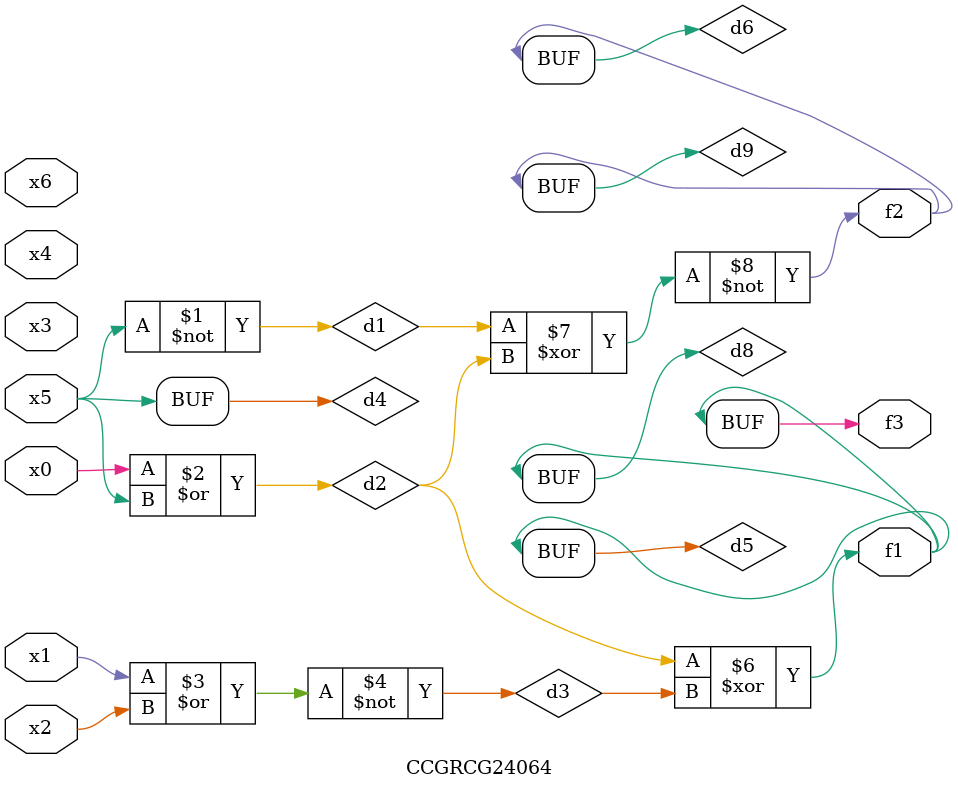
<source format=v>
module CCGRCG24064(
	input x0, x1, x2, x3, x4, x5, x6,
	output f1, f2, f3
);

	wire d1, d2, d3, d4, d5, d6, d7, d8, d9;

	nand (d1, x5);
	or (d2, x0, x5);
	nor (d3, x1, x2);
	xnor (d4, d1);
	xor (d5, d2, d3);
	xnor (d6, d1, d2);
	not (d7, x4);
	buf (d8, d5);
	xor (d9, d6);
	assign f1 = d8;
	assign f2 = d9;
	assign f3 = d8;
endmodule

</source>
